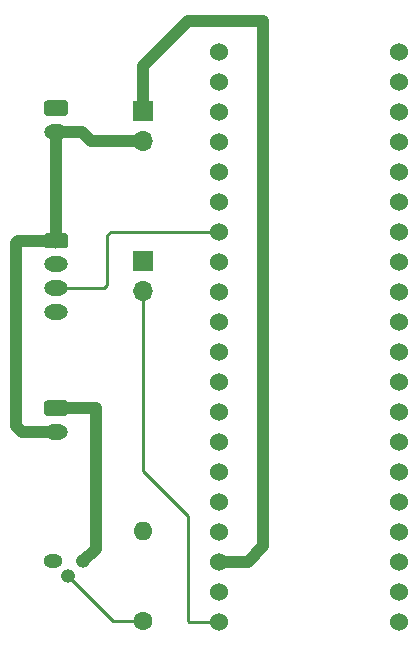
<source format=gbl>
G04 #@! TF.GenerationSoftware,KiCad,Pcbnew,(5.1.2-1)-1*
G04 #@! TF.CreationDate,2019-05-31T22:43:23-07:00*
G04 #@! TF.ProjectId,NeatoLidarInterface,4e656174-6f4c-4696-9461-72496e746572,rev?*
G04 #@! TF.SameCoordinates,Original*
G04 #@! TF.FileFunction,Copper,L2,Bot*
G04 #@! TF.FilePolarity,Positive*
%FSLAX46Y46*%
G04 Gerber Fmt 4.6, Leading zero omitted, Abs format (unit mm)*
G04 Created by KiCad (PCBNEW (5.1.2-1)-1) date 2019-05-31 22:43:23*
%MOMM*%
%LPD*%
G04 APERTURE LIST*
%ADD10O,2.000000X1.300000*%
%ADD11C,0.100000*%
%ADD12C,1.300000*%
%ADD13O,1.700000X1.700000*%
%ADD14R,1.700000X1.700000*%
%ADD15O,1.600000X1.200000*%
%ADD16O,1.200000X1.200000*%
%ADD17C,1.600000*%
%ADD18O,1.600000X1.600000*%
%ADD19C,1.524000*%
%ADD20C,1.000000*%
%ADD21C,0.250000*%
G04 APERTURE END LIST*
D10*
X185650000Y-11920000D03*
D11*
G36*
X186424504Y-9271204D02*
G01*
X186448773Y-9274804D01*
X186472571Y-9280765D01*
X186495671Y-9289030D01*
X186517849Y-9299520D01*
X186538893Y-9312133D01*
X186558598Y-9326747D01*
X186576777Y-9343223D01*
X186593253Y-9361402D01*
X186607867Y-9381107D01*
X186620480Y-9402151D01*
X186630970Y-9424329D01*
X186639235Y-9447429D01*
X186645196Y-9471227D01*
X186648796Y-9495496D01*
X186650000Y-9520000D01*
X186650000Y-10320000D01*
X186648796Y-10344504D01*
X186645196Y-10368773D01*
X186639235Y-10392571D01*
X186630970Y-10415671D01*
X186620480Y-10437849D01*
X186607867Y-10458893D01*
X186593253Y-10478598D01*
X186576777Y-10496777D01*
X186558598Y-10513253D01*
X186538893Y-10527867D01*
X186517849Y-10540480D01*
X186495671Y-10550970D01*
X186472571Y-10559235D01*
X186448773Y-10565196D01*
X186424504Y-10568796D01*
X186400000Y-10570000D01*
X184900000Y-10570000D01*
X184875496Y-10568796D01*
X184851227Y-10565196D01*
X184827429Y-10559235D01*
X184804329Y-10550970D01*
X184782151Y-10540480D01*
X184761107Y-10527867D01*
X184741402Y-10513253D01*
X184723223Y-10496777D01*
X184706747Y-10478598D01*
X184692133Y-10458893D01*
X184679520Y-10437849D01*
X184669030Y-10415671D01*
X184660765Y-10392571D01*
X184654804Y-10368773D01*
X184651204Y-10344504D01*
X184650000Y-10320000D01*
X184650000Y-9520000D01*
X184651204Y-9495496D01*
X184654804Y-9471227D01*
X184660765Y-9447429D01*
X184669030Y-9424329D01*
X184679520Y-9402151D01*
X184692133Y-9381107D01*
X184706747Y-9361402D01*
X184723223Y-9343223D01*
X184741402Y-9326747D01*
X184761107Y-9312133D01*
X184782151Y-9299520D01*
X184804329Y-9289030D01*
X184827429Y-9280765D01*
X184851227Y-9274804D01*
X184875496Y-9271204D01*
X184900000Y-9270000D01*
X186400000Y-9270000D01*
X186424504Y-9271204D01*
X186424504Y-9271204D01*
G37*
D12*
X185650000Y-9920000D03*
D11*
G36*
X186424504Y-20511204D02*
G01*
X186448773Y-20514804D01*
X186472571Y-20520765D01*
X186495671Y-20529030D01*
X186517849Y-20539520D01*
X186538893Y-20552133D01*
X186558598Y-20566747D01*
X186576777Y-20583223D01*
X186593253Y-20601402D01*
X186607867Y-20621107D01*
X186620480Y-20642151D01*
X186630970Y-20664329D01*
X186639235Y-20687429D01*
X186645196Y-20711227D01*
X186648796Y-20735496D01*
X186650000Y-20760000D01*
X186650000Y-21560000D01*
X186648796Y-21584504D01*
X186645196Y-21608773D01*
X186639235Y-21632571D01*
X186630970Y-21655671D01*
X186620480Y-21677849D01*
X186607867Y-21698893D01*
X186593253Y-21718598D01*
X186576777Y-21736777D01*
X186558598Y-21753253D01*
X186538893Y-21767867D01*
X186517849Y-21780480D01*
X186495671Y-21790970D01*
X186472571Y-21799235D01*
X186448773Y-21805196D01*
X186424504Y-21808796D01*
X186400000Y-21810000D01*
X184900000Y-21810000D01*
X184875496Y-21808796D01*
X184851227Y-21805196D01*
X184827429Y-21799235D01*
X184804329Y-21790970D01*
X184782151Y-21780480D01*
X184761107Y-21767867D01*
X184741402Y-21753253D01*
X184723223Y-21736777D01*
X184706747Y-21718598D01*
X184692133Y-21698893D01*
X184679520Y-21677849D01*
X184669030Y-21655671D01*
X184660765Y-21632571D01*
X184654804Y-21608773D01*
X184651204Y-21584504D01*
X184650000Y-21560000D01*
X184650000Y-20760000D01*
X184651204Y-20735496D01*
X184654804Y-20711227D01*
X184660765Y-20687429D01*
X184669030Y-20664329D01*
X184679520Y-20642151D01*
X184692133Y-20621107D01*
X184706747Y-20601402D01*
X184723223Y-20583223D01*
X184741402Y-20566747D01*
X184761107Y-20552133D01*
X184782151Y-20539520D01*
X184804329Y-20529030D01*
X184827429Y-20520765D01*
X184851227Y-20514804D01*
X184875496Y-20511204D01*
X184900000Y-20510000D01*
X186400000Y-20510000D01*
X186424504Y-20511204D01*
X186424504Y-20511204D01*
G37*
D12*
X185650000Y-21160000D03*
D10*
X185650000Y-23160000D03*
X185650000Y-25160000D03*
X185650000Y-27160000D03*
D11*
G36*
X186424504Y-34671204D02*
G01*
X186448773Y-34674804D01*
X186472571Y-34680765D01*
X186495671Y-34689030D01*
X186517849Y-34699520D01*
X186538893Y-34712133D01*
X186558598Y-34726747D01*
X186576777Y-34743223D01*
X186593253Y-34761402D01*
X186607867Y-34781107D01*
X186620480Y-34802151D01*
X186630970Y-34824329D01*
X186639235Y-34847429D01*
X186645196Y-34871227D01*
X186648796Y-34895496D01*
X186650000Y-34920000D01*
X186650000Y-35720000D01*
X186648796Y-35744504D01*
X186645196Y-35768773D01*
X186639235Y-35792571D01*
X186630970Y-35815671D01*
X186620480Y-35837849D01*
X186607867Y-35858893D01*
X186593253Y-35878598D01*
X186576777Y-35896777D01*
X186558598Y-35913253D01*
X186538893Y-35927867D01*
X186517849Y-35940480D01*
X186495671Y-35950970D01*
X186472571Y-35959235D01*
X186448773Y-35965196D01*
X186424504Y-35968796D01*
X186400000Y-35970000D01*
X184900000Y-35970000D01*
X184875496Y-35968796D01*
X184851227Y-35965196D01*
X184827429Y-35959235D01*
X184804329Y-35950970D01*
X184782151Y-35940480D01*
X184761107Y-35927867D01*
X184741402Y-35913253D01*
X184723223Y-35896777D01*
X184706747Y-35878598D01*
X184692133Y-35858893D01*
X184679520Y-35837849D01*
X184669030Y-35815671D01*
X184660765Y-35792571D01*
X184654804Y-35768773D01*
X184651204Y-35744504D01*
X184650000Y-35720000D01*
X184650000Y-34920000D01*
X184651204Y-34895496D01*
X184654804Y-34871227D01*
X184660765Y-34847429D01*
X184669030Y-34824329D01*
X184679520Y-34802151D01*
X184692133Y-34781107D01*
X184706747Y-34761402D01*
X184723223Y-34743223D01*
X184741402Y-34726747D01*
X184761107Y-34712133D01*
X184782151Y-34699520D01*
X184804329Y-34689030D01*
X184827429Y-34680765D01*
X184851227Y-34674804D01*
X184875496Y-34671204D01*
X184900000Y-34670000D01*
X186400000Y-34670000D01*
X186424504Y-34671204D01*
X186424504Y-34671204D01*
G37*
D12*
X185650000Y-35320000D03*
D10*
X185650000Y-37320000D03*
D13*
X193040000Y-25400000D03*
D14*
X193040000Y-22860000D03*
X193040000Y-10160000D03*
D13*
X193040000Y-12700000D03*
D15*
X185420000Y-48260000D03*
D16*
X186690000Y-49530000D03*
X187960000Y-48260000D03*
D17*
X193040000Y-53340000D03*
D18*
X193040000Y-45720000D03*
D19*
X199450001Y-5140001D03*
X199450001Y-7680001D03*
X199450001Y-10220001D03*
X199450001Y-12760001D03*
X199450001Y-15300001D03*
X199450001Y-17840001D03*
X199450001Y-20380001D03*
X199450001Y-22920001D03*
X199450001Y-25460001D03*
X199450001Y-28000001D03*
X199450001Y-30540001D03*
X199450001Y-33080001D03*
X199450001Y-35620001D03*
X199450001Y-38160001D03*
X199450001Y-40700001D03*
X199450001Y-43240001D03*
X199450001Y-45780001D03*
X199450001Y-48320001D03*
X199450001Y-50860001D03*
X199450001Y-53400001D03*
X214690001Y-53400001D03*
X214690001Y-50860001D03*
X214690001Y-48320001D03*
X214690001Y-45780001D03*
X214690001Y-43240001D03*
X214690001Y-40700001D03*
X214690001Y-38160001D03*
X214690001Y-35620001D03*
X214690001Y-33080001D03*
X214690001Y-30540001D03*
X214690001Y-28000001D03*
X214690001Y-25460001D03*
X214690001Y-22920001D03*
X214690001Y-20380001D03*
X214690001Y-17840001D03*
X214690001Y-15300001D03*
X214690001Y-12760001D03*
X214690001Y-10220001D03*
X214690001Y-7680001D03*
X214690001Y-5140001D03*
D20*
X185650000Y-11920000D02*
X187815000Y-11920000D01*
X188595000Y-12700000D02*
X193040000Y-12700000D01*
X187815000Y-11920000D02*
X188595000Y-12700000D01*
X185650000Y-11920000D02*
X185650000Y-21160000D01*
X185650000Y-21160000D02*
X182450000Y-21160000D01*
X182450000Y-21160000D02*
X182245000Y-21365000D01*
X182245000Y-21365000D02*
X182245000Y-36830000D01*
X182735000Y-37320000D02*
X185650000Y-37320000D01*
X182245000Y-36830000D02*
X182735000Y-37320000D01*
D21*
X186930000Y-25160000D02*
X185650000Y-25160000D01*
X189724000Y-25160000D02*
X185650000Y-25160000D01*
X189992000Y-24892000D02*
X189724000Y-25160000D01*
X189992000Y-20694002D02*
X189992000Y-24892000D01*
X190306001Y-20380001D02*
X189992000Y-20694002D01*
X199450001Y-20380001D02*
X190306001Y-20380001D01*
X188990000Y-35320000D02*
X189230000Y-35560000D01*
D20*
X185650000Y-35320000D02*
X188990000Y-35320000D01*
X188990000Y-35320000D02*
X188990000Y-47230000D01*
X188990000Y-47230000D02*
X187960000Y-48260000D01*
D21*
X196850000Y-53340000D02*
X196910001Y-53400001D01*
X196910001Y-53400001D02*
X199450001Y-53400001D01*
X196850000Y-44450000D02*
X196850000Y-53340000D01*
X193040000Y-40640000D02*
X196850000Y-44450000D01*
X193040000Y-29210000D02*
X193040000Y-40640000D01*
X193040000Y-29210000D02*
X193040000Y-25400000D01*
D20*
X203200000Y-6350000D02*
X203200000Y-46990000D01*
X201869999Y-48320001D02*
X199450001Y-48320001D01*
X203200000Y-46990000D02*
X201869999Y-48320001D01*
X203200000Y-6350000D02*
X203200000Y-2540000D01*
X203200000Y-2540000D02*
X196850000Y-2540000D01*
X193040000Y-10160000D02*
X193040000Y-6350000D01*
X193040000Y-6350000D02*
X196850000Y-2540000D01*
D21*
X190500000Y-53340000D02*
X186690000Y-49530000D01*
X193040000Y-53340000D02*
X190500000Y-53340000D01*
M02*

</source>
